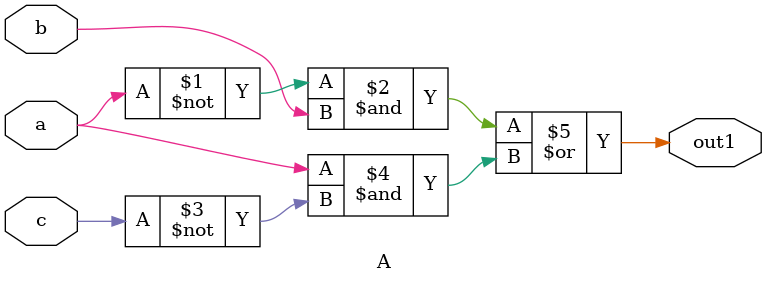
<source format=v>
module A(output out1, input a, b, c);

  assign out1 = ( ~a & b ) | ( a & ~c );

endmodule

</source>
